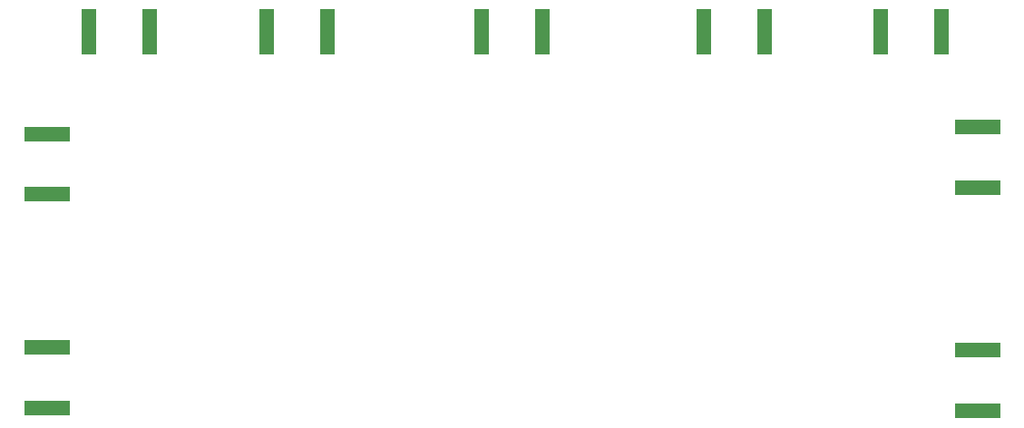
<source format=gbr>
%TF.GenerationSoftware,KiCad,Pcbnew,(6.0.1)*%
%TF.CreationDate,2023-04-04T11:04:12-04:00*%
%TF.ProjectId,NMR_control_board_V0.3.2,4e4d525f-636f-46e7-9472-6f6c5f626f61,rev?*%
%TF.SameCoordinates,Original*%
%TF.FileFunction,Soldermask,Bot*%
%TF.FilePolarity,Negative*%
%FSLAX46Y46*%
G04 Gerber Fmt 4.6, Leading zero omitted, Abs format (unit mm)*
G04 Created by KiCad (PCBNEW (6.0.1)) date 2023-04-04 11:04:12*
%MOMM*%
%LPD*%
G01*
G04 APERTURE LIST*
%ADD10R,4.200000X1.350000*%
%ADD11R,1.350000X4.200000*%
G04 APERTURE END LIST*
D10*
%TO.C,-5V1*%
X96266000Y-73564000D03*
X96266000Y-67914000D03*
%TD*%
D11*
%TO.C,F_OUT1*%
X122459000Y-58420000D03*
X116809000Y-58420000D03*
%TD*%
D10*
%TO.C,SW_OUT1*%
X183134000Y-72929000D03*
X183134000Y-67279000D03*
%TD*%
D11*
%TO.C,PULSE_GEN_IN1*%
X100172000Y-58420000D03*
X105822000Y-58420000D03*
%TD*%
%TO.C,TRIG_OUT1*%
X142525000Y-58420000D03*
X136875000Y-58420000D03*
%TD*%
%TO.C,SPL_IN1*%
X163226000Y-58420000D03*
X157576000Y-58420000D03*
%TD*%
%TO.C,SIN_SIGNAL_IN1*%
X174115000Y-58420000D03*
X179765000Y-58420000D03*
%TD*%
D10*
%TO.C,5V1*%
X96266000Y-93503000D03*
X96266000Y-87853000D03*
%TD*%
%TO.C,MIX_RF1*%
X183134000Y-88107000D03*
X183134000Y-93757000D03*
%TD*%
M02*

</source>
